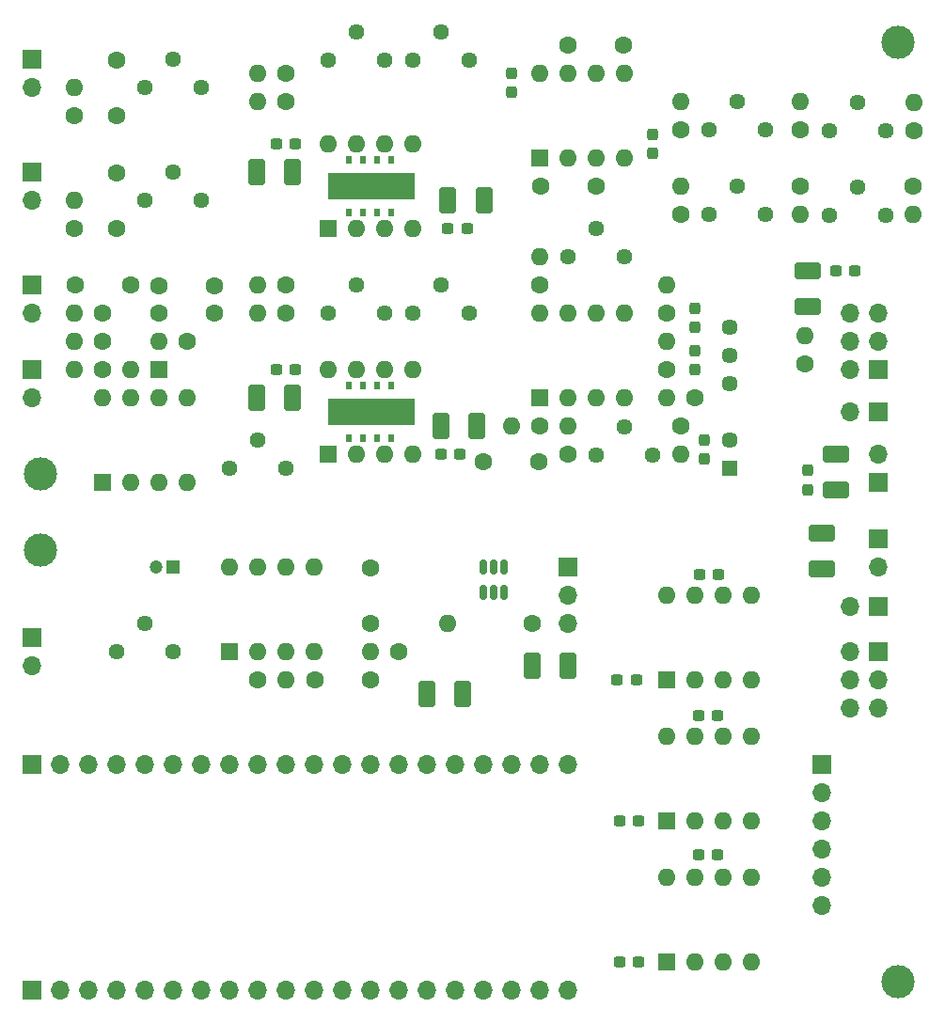
<source format=gbr>
%TF.GenerationSoftware,KiCad,Pcbnew,7.0.7*%
%TF.CreationDate,2023-11-02T14:39:43+09:00*%
%TF.ProjectId,tangnano20k-vectrex,74616e67-6e61-46e6-9f32-306b2d766563,rev?*%
%TF.SameCoordinates,Original*%
%TF.FileFunction,Soldermask,Top*%
%TF.FilePolarity,Negative*%
%FSLAX46Y46*%
G04 Gerber Fmt 4.6, Leading zero omitted, Abs format (unit mm)*
G04 Created by KiCad (PCBNEW 7.0.7) date 2023-11-02 14:39:43*
%MOMM*%
%LPD*%
G01*
G04 APERTURE LIST*
G04 Aperture macros list*
%AMRoundRect*
0 Rectangle with rounded corners*
0 $1 Rounding radius*
0 $2 $3 $4 $5 $6 $7 $8 $9 X,Y pos of 4 corners*
0 Add a 4 corners polygon primitive as box body*
4,1,4,$2,$3,$4,$5,$6,$7,$8,$9,$2,$3,0*
0 Add four circle primitives for the rounded corners*
1,1,$1+$1,$2,$3*
1,1,$1+$1,$4,$5*
1,1,$1+$1,$6,$7*
1,1,$1+$1,$8,$9*
0 Add four rect primitives between the rounded corners*
20,1,$1+$1,$2,$3,$4,$5,0*
20,1,$1+$1,$4,$5,$6,$7,0*
20,1,$1+$1,$6,$7,$8,$9,0*
20,1,$1+$1,$8,$9,$2,$3,0*%
G04 Aperture macros list end*
%ADD10C,1.440000*%
%ADD11RoundRect,0.250001X-0.499999X-0.924999X0.499999X-0.924999X0.499999X0.924999X-0.499999X0.924999X0*%
%ADD12C,1.600000*%
%ADD13R,1.700000X1.700000*%
%ADD14O,1.700000X1.700000*%
%ADD15RoundRect,0.237500X0.300000X0.237500X-0.300000X0.237500X-0.300000X-0.237500X0.300000X-0.237500X0*%
%ADD16RoundRect,0.250001X0.499999X0.924999X-0.499999X0.924999X-0.499999X-0.924999X0.499999X-0.924999X0*%
%ADD17O,1.600000X1.600000*%
%ADD18RoundRect,0.237500X-0.237500X0.300000X-0.237500X-0.300000X0.237500X-0.300000X0.237500X0.300000X0*%
%ADD19R,1.600000X1.600000*%
%ADD20RoundRect,0.250001X-0.924999X0.499999X-0.924999X-0.499999X0.924999X-0.499999X0.924999X0.499999X0*%
%ADD21R,1.450000X1.450000*%
%ADD22C,1.450000*%
%ADD23RoundRect,0.237500X0.237500X-0.300000X0.237500X0.300000X-0.237500X0.300000X-0.237500X-0.300000X0*%
%ADD24R,7.874000X2.413000*%
%ADD25R,0.558800X0.800000*%
%ADD26C,3.000000*%
%ADD27RoundRect,0.237500X-0.300000X-0.237500X0.300000X-0.237500X0.300000X0.237500X-0.300000X0.237500X0*%
%ADD28RoundRect,0.250001X0.924999X-0.499999X0.924999X0.499999X-0.924999X0.499999X-0.924999X-0.499999X0*%
%ADD29R,1.200000X1.200000*%
%ADD30C,1.200000*%
%ADD31RoundRect,0.150000X0.150000X-0.512500X0.150000X0.512500X-0.150000X0.512500X-0.150000X-0.512500X0*%
G04 APERTURE END LIST*
D10*
%TO.C,RV13*%
X20320000Y-41910000D03*
X22860000Y-39370000D03*
X25400000Y-41910000D03*
%TD*%
D11*
%TO.C,C2*%
X47550000Y-59690000D03*
X50800000Y-59690000D03*
%TD*%
D12*
%TO.C,C26*%
X10160000Y-15320000D03*
X10160000Y-20320000D03*
%TD*%
D13*
%TO.C,J4*%
X78740000Y-48260000D03*
D14*
X78740000Y-50800000D03*
%TD*%
D15*
%TO.C,C9*%
X57150000Y-86360000D03*
X55425000Y-86360000D03*
%TD*%
D16*
%TO.C,C20*%
X42620000Y-38100000D03*
X39370000Y-38100000D03*
%TD*%
D12*
%TO.C,R25*%
X59690000Y-33020000D03*
D17*
X59690000Y-30480000D03*
%TD*%
D12*
%TO.C,R18*%
X62230000Y-35560000D03*
D17*
X59690000Y-35560000D03*
%TD*%
D18*
%TO.C,C34*%
X62230000Y-31295000D03*
X62230000Y-33020000D03*
%TD*%
D15*
%TO.C,C8*%
X57150000Y-73660000D03*
X55425000Y-73660000D03*
%TD*%
D13*
%TO.C,J11*%
X78740000Y-36830000D03*
D14*
X76200000Y-36830000D03*
%TD*%
D19*
%TO.C,U6*%
X48260000Y-13970000D03*
D17*
X50800000Y-13970000D03*
X53340000Y-13970000D03*
X55880000Y-13970000D03*
X55880000Y-6350000D03*
X53340000Y-6350000D03*
X50800000Y-6350000D03*
X48260000Y-6350000D03*
%TD*%
D12*
%TO.C,R4*%
X81930000Y-11505000D03*
D17*
X81930000Y-8965000D03*
%TD*%
D20*
%TO.C,C3*%
X73660000Y-47752000D03*
X73660000Y-51002000D03*
%TD*%
D21*
%TO.C,PS1*%
X65405000Y-41910000D03*
D22*
X65405000Y-39370000D03*
X65405000Y-34290000D03*
X65405000Y-31750000D03*
X65405000Y-29210000D03*
%TD*%
D10*
%TO.C,RV7*%
X36830000Y-5155000D03*
X39370000Y-2615000D03*
X41910000Y-5155000D03*
%TD*%
D12*
%TO.C,R23*%
X8890000Y-30480000D03*
D17*
X6350000Y-30480000D03*
%TD*%
D13*
%TO.C,J7*%
X78740000Y-33020000D03*
D14*
X76200000Y-33020000D03*
X78740000Y-30480000D03*
X76200000Y-30480000D03*
X78740000Y-27940000D03*
X76200000Y-27940000D03*
%TD*%
D23*
%TO.C,C29*%
X63092500Y-41095000D03*
X63092500Y-39370000D03*
%TD*%
D10*
%TO.C,RV12*%
X53355000Y-40715000D03*
X55895000Y-38175000D03*
X58435000Y-40715000D03*
%TD*%
D13*
%TO.C,J2*%
X2540000Y-88900000D03*
D14*
X5080000Y-88900000D03*
X7620000Y-88900000D03*
X10160000Y-88900000D03*
X12700000Y-88900000D03*
X15240000Y-88900000D03*
X17780000Y-88900000D03*
X20320000Y-88900000D03*
X22860000Y-88900000D03*
X25400000Y-88900000D03*
X27940000Y-88900000D03*
X30480000Y-88900000D03*
X33020000Y-88900000D03*
X35560000Y-88900000D03*
X38100000Y-88900000D03*
X40640000Y-88900000D03*
X43180000Y-88900000D03*
X45720000Y-88900000D03*
X48260000Y-88900000D03*
X50800000Y-88900000D03*
%TD*%
D12*
%TO.C,C27*%
X13970000Y-25480000D03*
X18970000Y-25480000D03*
%TD*%
%TO.C,R24*%
X59690000Y-27940000D03*
D17*
X59690000Y-25400000D03*
%TD*%
D16*
%TO.C,C14*%
X43255000Y-17780000D03*
X40005000Y-17780000D03*
%TD*%
D24*
%TO.C,U8*%
X33147000Y-36830000D03*
D19*
X29210000Y-40640000D03*
D25*
X31115000Y-39179500D03*
D17*
X31750000Y-40640000D03*
D25*
X32385000Y-39179500D03*
D17*
X34290000Y-40640000D03*
D25*
X33655000Y-39179500D03*
D17*
X36830000Y-40640000D03*
D25*
X34925000Y-39179500D03*
X34925000Y-34436000D03*
D17*
X36830000Y-33020000D03*
D25*
X33655000Y-34436000D03*
D17*
X34290000Y-33020000D03*
D25*
X32385000Y-34436000D03*
D17*
X31750000Y-33020000D03*
D25*
X31115000Y-34436000D03*
D17*
X29210000Y-33020000D03*
%TD*%
D12*
%TO.C,C16*%
X53340000Y-16510000D03*
X48340000Y-16510000D03*
%TD*%
D13*
%TO.C,J1*%
X73660000Y-68580000D03*
D14*
X73660000Y-71120000D03*
X73660000Y-73660000D03*
X73660000Y-76200000D03*
X73660000Y-78740000D03*
X73660000Y-81280000D03*
%TD*%
D12*
%TO.C,R12*%
X25400000Y-25400000D03*
D17*
X22860000Y-25400000D03*
%TD*%
D16*
%TO.C,C1*%
X41350000Y-62230000D03*
X38100000Y-62230000D03*
%TD*%
D12*
%TO.C,R26*%
X8890000Y-27940000D03*
D17*
X6350000Y-27940000D03*
%TD*%
D15*
%TO.C,C21*%
X26262500Y-33020000D03*
X24537500Y-33020000D03*
%TD*%
D12*
%TO.C,R9*%
X60960000Y-19050000D03*
D17*
X60960000Y-16510000D03*
%TD*%
D18*
%TO.C,C24*%
X58420000Y-11837500D03*
X58420000Y-13562500D03*
%TD*%
D26*
%TO.C,H2*%
X80518000Y-3556000D03*
%TD*%
D12*
%TO.C,R7*%
X71755000Y-16510000D03*
D17*
X71755000Y-19050000D03*
%TD*%
D10*
%TO.C,RV9*%
X36845000Y-27940000D03*
X39385000Y-25400000D03*
X41925000Y-27940000D03*
%TD*%
D23*
%TO.C,C31*%
X72390000Y-43815000D03*
X72390000Y-42090000D03*
%TD*%
D10*
%TO.C,RV6*%
X29210000Y-5155000D03*
X31750000Y-2615000D03*
X34290000Y-5155000D03*
%TD*%
D13*
%TO.C,J5*%
X50800000Y-50800000D03*
D14*
X50800000Y-53340000D03*
X50800000Y-55880000D03*
%TD*%
D20*
%TO.C,C36*%
X72390000Y-24130000D03*
X72390000Y-27380000D03*
%TD*%
D13*
%TO.C,J8*%
X2540000Y-5080000D03*
D14*
X2540000Y-7620000D03*
%TD*%
D12*
%TO.C,FB1*%
X72136000Y-32512000D03*
D17*
X72136000Y-29972000D03*
%TD*%
D12*
%TO.C,R15*%
X6350000Y-20320000D03*
D17*
X6350000Y-17780000D03*
%TD*%
D26*
%TO.C,H4*%
X80518000Y-88138000D03*
%TD*%
D13*
%TO.C,J13*%
X2540000Y-33020000D03*
D14*
X2540000Y-35560000D03*
%TD*%
D24*
%TO.C,U7*%
X33147000Y-16510000D03*
D19*
X29210000Y-20320000D03*
D25*
X31115000Y-18859500D03*
D17*
X31750000Y-20320000D03*
D25*
X32385000Y-18859500D03*
D17*
X34290000Y-20320000D03*
D25*
X33655000Y-18859500D03*
D17*
X36830000Y-20320000D03*
D25*
X34925000Y-18859500D03*
X34925000Y-14116000D03*
D17*
X36830000Y-12700000D03*
D25*
X33655000Y-14116000D03*
D17*
X34290000Y-12700000D03*
D25*
X32385000Y-14116000D03*
D17*
X31750000Y-12700000D03*
D25*
X31115000Y-14116000D03*
D17*
X29210000Y-12700000D03*
%TD*%
D15*
%TO.C,C7*%
X56970000Y-60960000D03*
X55245000Y-60960000D03*
%TD*%
D19*
%TO.C,U4*%
X59690000Y-86360000D03*
D17*
X62230000Y-86360000D03*
X64770000Y-86360000D03*
X67310000Y-86360000D03*
X67310000Y-78740000D03*
X64770000Y-78740000D03*
X62230000Y-78740000D03*
X59690000Y-78740000D03*
%TD*%
D15*
%TO.C,C4*%
X64362500Y-51435000D03*
X62637500Y-51435000D03*
%TD*%
D19*
%TO.C,U3*%
X59690000Y-73660000D03*
D17*
X62230000Y-73660000D03*
X64770000Y-73660000D03*
X67310000Y-73660000D03*
X67310000Y-66040000D03*
X64770000Y-66040000D03*
X62230000Y-66040000D03*
X59690000Y-66040000D03*
%TD*%
D12*
%TO.C,R5*%
X71755000Y-11430000D03*
D17*
X71755000Y-8890000D03*
%TD*%
D12*
%TO.C,R1*%
X47625000Y-55880000D03*
D17*
X40005000Y-55880000D03*
%TD*%
D12*
%TO.C,R21*%
X8890000Y-33020000D03*
D17*
X6350000Y-33020000D03*
%TD*%
D26*
%TO.C,H3*%
X3302000Y-49276000D03*
%TD*%
D12*
%TO.C,R13*%
X25400000Y-27940000D03*
D17*
X22860000Y-27940000D03*
%TD*%
D10*
%TO.C,RV14*%
X50800000Y-22860000D03*
X53340000Y-20320000D03*
X55880000Y-22860000D03*
%TD*%
D12*
%TO.C,R16*%
X60960000Y-38100000D03*
D17*
X60960000Y-40640000D03*
%TD*%
D13*
%TO.C,J3*%
X2540000Y-68580000D03*
D14*
X5080000Y-68580000D03*
X7620000Y-68580000D03*
X10160000Y-68580000D03*
X12700000Y-68580000D03*
X15240000Y-68580000D03*
X17780000Y-68580000D03*
X20320000Y-68580000D03*
X22860000Y-68580000D03*
X25400000Y-68580000D03*
X27940000Y-68580000D03*
X30480000Y-68580000D03*
X33020000Y-68580000D03*
X35560000Y-68580000D03*
X38100000Y-68580000D03*
X40640000Y-68580000D03*
X43180000Y-68580000D03*
X45720000Y-68580000D03*
X48260000Y-68580000D03*
X50800000Y-68580000D03*
%TD*%
D12*
%TO.C,R3*%
X35560000Y-58420000D03*
D17*
X33020000Y-58420000D03*
%TD*%
D10*
%TO.C,RV10*%
X12700000Y-7620000D03*
X15240000Y-5080000D03*
X17780000Y-7620000D03*
%TD*%
D12*
%TO.C,C15*%
X55800000Y-3810000D03*
X50800000Y-3810000D03*
%TD*%
D15*
%TO.C,C17*%
X26262500Y-12700000D03*
X24537500Y-12700000D03*
%TD*%
D27*
%TO.C,C37*%
X74930000Y-24130000D03*
X76655000Y-24130000D03*
%TD*%
D12*
%TO.C,R19*%
X48260000Y-38100000D03*
D17*
X45720000Y-38100000D03*
%TD*%
D12*
%TO.C,R6*%
X81915000Y-16510000D03*
D17*
X81915000Y-19050000D03*
%TD*%
D19*
%TO.C,U10*%
X8890000Y-43180000D03*
D17*
X11430000Y-43180000D03*
X13970000Y-43180000D03*
X16510000Y-43180000D03*
X16510000Y-35560000D03*
X13970000Y-35560000D03*
X11430000Y-35560000D03*
X8890000Y-35560000D03*
%TD*%
D12*
%TO.C,R11*%
X25400000Y-8890000D03*
D17*
X22860000Y-8890000D03*
%TD*%
D12*
%TO.C,R2*%
X22860000Y-60960000D03*
D17*
X25400000Y-60960000D03*
%TD*%
D13*
%TO.C,LS1*%
X2540000Y-57150000D03*
D14*
X2540000Y-59690000D03*
%TD*%
D13*
%TO.C,J9*%
X2540000Y-15240000D03*
D14*
X2540000Y-17780000D03*
%TD*%
D10*
%TO.C,RV5*%
X63500000Y-19050000D03*
X66040000Y-16510000D03*
X68580000Y-19050000D03*
%TD*%
D19*
%TO.C,U5*%
X20320000Y-58420000D03*
D17*
X22860000Y-58420000D03*
X25400000Y-58420000D03*
X27940000Y-58420000D03*
X27940000Y-50800000D03*
X25400000Y-50800000D03*
X22860000Y-50800000D03*
X20320000Y-50800000D03*
%TD*%
D15*
%TO.C,C6*%
X64262000Y-76708000D03*
X62537000Y-76708000D03*
%TD*%
D10*
%TO.C,RV4*%
X63500000Y-11430000D03*
X66040000Y-8890000D03*
X68580000Y-11430000D03*
%TD*%
D19*
%TO.C,U2*%
X59690000Y-60960000D03*
D17*
X62230000Y-60960000D03*
X64770000Y-60960000D03*
X67310000Y-60960000D03*
X67310000Y-53340000D03*
X64770000Y-53340000D03*
X62230000Y-53340000D03*
X59690000Y-53340000D03*
%TD*%
D10*
%TO.C,RV11*%
X12700000Y-17780000D03*
X15240000Y-15240000D03*
X17780000Y-17780000D03*
%TD*%
D15*
%TO.C,C5*%
X64262000Y-64135000D03*
X62537000Y-64135000D03*
%TD*%
D12*
%TO.C,R22*%
X16510000Y-30480000D03*
D17*
X13970000Y-30480000D03*
%TD*%
D28*
%TO.C,C30*%
X74930000Y-43890000D03*
X74930000Y-40640000D03*
%TD*%
D13*
%TO.C,J10*%
X78740000Y-43180000D03*
D14*
X78740000Y-40640000D03*
%TD*%
D15*
%TO.C,C22*%
X41095000Y-40640000D03*
X39370000Y-40640000D03*
%TD*%
D26*
%TO.C,H1*%
X3302000Y-42418000D03*
%TD*%
D12*
%TO.C,R20*%
X48260000Y-25400000D03*
D17*
X48260000Y-22860000D03*
%TD*%
D18*
%TO.C,C23*%
X45720000Y-6350000D03*
X45720000Y-8075000D03*
%TD*%
D12*
%TO.C,C32*%
X13970000Y-27940000D03*
X18970000Y-27940000D03*
%TD*%
%TO.C,R8*%
X60960000Y-11430000D03*
D17*
X60960000Y-8890000D03*
%TD*%
D10*
%TO.C,RV8*%
X29225000Y-27940000D03*
X31765000Y-25400000D03*
X34305000Y-27940000D03*
%TD*%
D12*
%TO.C,C10*%
X28020000Y-60960000D03*
X33020000Y-60960000D03*
%TD*%
D10*
%TO.C,RV2*%
X74310000Y-11505000D03*
X76850000Y-8965000D03*
X79390000Y-11505000D03*
%TD*%
D12*
%TO.C,R17*%
X50800000Y-40640000D03*
D17*
X50800000Y-38100000D03*
%TD*%
D12*
%TO.C,C11*%
X33020000Y-50880000D03*
X33020000Y-55880000D03*
%TD*%
D29*
%TO.C,C12*%
X15240000Y-50800000D03*
D30*
X13740000Y-50800000D03*
%TD*%
D12*
%TO.C,C25*%
X10160000Y-5160000D03*
X10160000Y-10160000D03*
%TD*%
D19*
%TO.C,U9*%
X48260000Y-35560000D03*
D17*
X50800000Y-35560000D03*
X53340000Y-35560000D03*
X55880000Y-35560000D03*
X55880000Y-27940000D03*
X53340000Y-27940000D03*
X50800000Y-27940000D03*
X48260000Y-27940000D03*
%TD*%
D31*
%TO.C,U1*%
X43180000Y-53075000D03*
X44130000Y-53075000D03*
X45080000Y-53075000D03*
X45080000Y-50800000D03*
X44130000Y-50800000D03*
X43180000Y-50800000D03*
%TD*%
D12*
%TO.C,R14*%
X6350000Y-10160000D03*
D17*
X6350000Y-7620000D03*
%TD*%
D16*
%TO.C,C19*%
X26035000Y-35560000D03*
X22785000Y-35560000D03*
%TD*%
D12*
%TO.C,R10*%
X25400000Y-6350000D03*
D17*
X22860000Y-6350000D03*
%TD*%
D10*
%TO.C,RV3*%
X74310000Y-19125000D03*
X76850000Y-16585000D03*
X79390000Y-19125000D03*
%TD*%
D13*
%TO.C,J14*%
X2540000Y-25400000D03*
D14*
X2540000Y-27940000D03*
%TD*%
D12*
%TO.C,C28*%
X48180000Y-41275000D03*
X43180000Y-41275000D03*
%TD*%
D15*
%TO.C,C18*%
X41730000Y-20320000D03*
X40005000Y-20320000D03*
%TD*%
D19*
%TO.C,D1*%
X13970000Y-33020000D03*
D17*
X11430000Y-33020000D03*
%TD*%
D18*
%TO.C,C33*%
X62230000Y-27485000D03*
X62230000Y-29210000D03*
%TD*%
D10*
%TO.C,RV1*%
X10160000Y-58420000D03*
X12700000Y-55880000D03*
X15240000Y-58420000D03*
%TD*%
D12*
%TO.C,C35*%
X11430000Y-25400000D03*
X6430000Y-25400000D03*
%TD*%
D16*
%TO.C,C13*%
X26035000Y-15240000D03*
X22785000Y-15240000D03*
%TD*%
D13*
%TO.C,J12*%
X78740000Y-54356000D03*
D14*
X76200000Y-54356000D03*
%TD*%
D13*
%TO.C,J6*%
X78740000Y-58420000D03*
D14*
X76200000Y-58420000D03*
X78740000Y-60960000D03*
X76200000Y-60960000D03*
X78740000Y-63500000D03*
X76200000Y-63500000D03*
%TD*%
M02*

</source>
